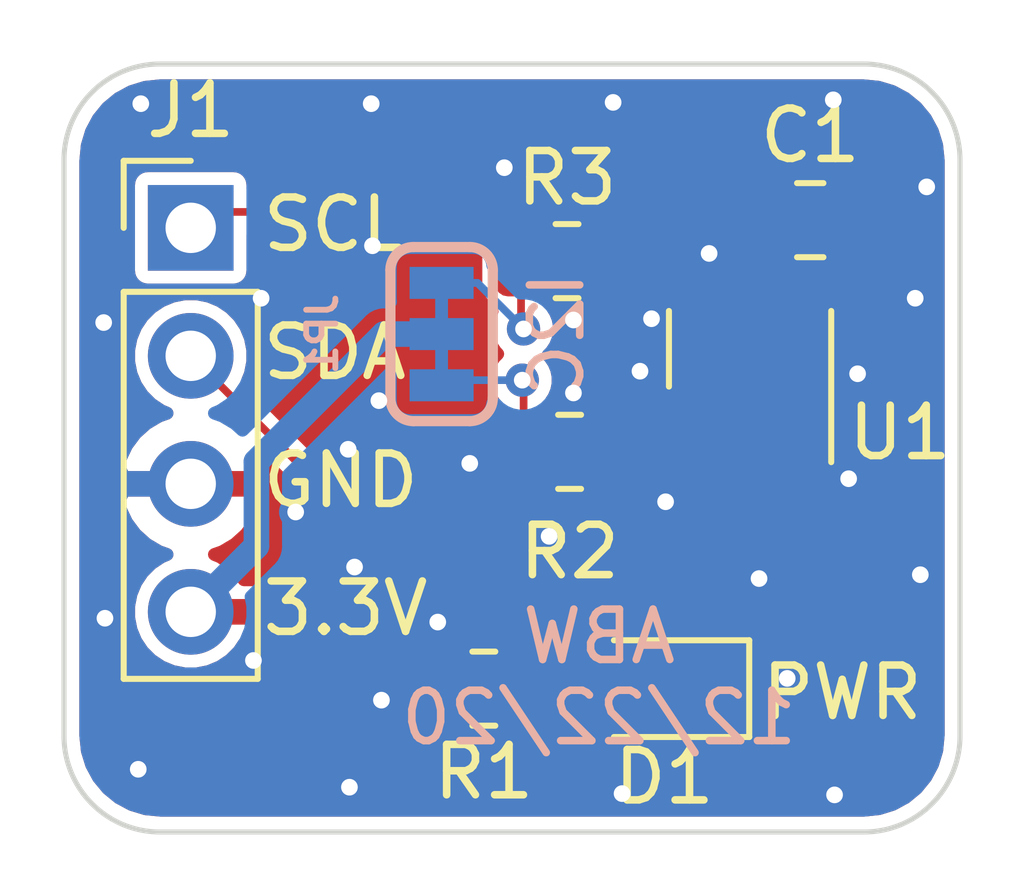
<source format=kicad_pcb>
(kicad_pcb (version 20171130) (host pcbnew "(5.1.8)-1")

  (general
    (thickness 1.6)
    (drawings 15)
    (tracks 74)
    (zones 0)
    (modules 8)
    (nets 10)
  )

  (page A4)
  (layers
    (0 F.Cu signal)
    (31 B.Cu signal)
    (32 B.Adhes user)
    (33 F.Adhes user)
    (34 B.Paste user)
    (35 F.Paste user)
    (36 B.SilkS user)
    (37 F.SilkS user)
    (38 B.Mask user)
    (39 F.Mask user)
    (40 Dwgs.User user)
    (41 Cmts.User user)
    (42 Eco1.User user)
    (43 Eco2.User user)
    (44 Edge.Cuts user)
    (45 Margin user)
    (46 B.CrtYd user)
    (47 F.CrtYd user)
    (48 B.Fab user hide)
    (49 F.Fab user hide)
  )

  (setup
    (last_trace_width 0.1524)
    (user_trace_width 0.1524)
    (user_trace_width 0.1778)
    (user_trace_width 0.254)
    (user_trace_width 0.3048)
    (user_trace_width 0.381)
    (user_trace_width 0.508)
    (user_trace_width 0.635)
    (user_trace_width 0.889)
    (user_trace_width 1.016)
    (user_trace_width 1.27)
    (user_trace_width 1.905)
    (user_trace_width 2.54)
    (trace_clearance 0.2)
    (zone_clearance 0.508)
    (zone_45_only no)
    (trace_min 0.1)
    (via_size 0.8)
    (via_drill 0.4)
    (via_min_size 0.4)
    (via_min_drill 0.3)
    (user_via 0.6096 0.3048)
    (user_via 0.6604 0.3302)
    (user_via 0.889 0.381)
    (user_via 1.397 0.635)
    (uvia_size 0.3)
    (uvia_drill 0.1)
    (uvias_allowed no)
    (uvia_min_size 0.2)
    (uvia_min_drill 0.1)
    (edge_width 0.05)
    (segment_width 0.2)
    (pcb_text_width 0.3)
    (pcb_text_size 1.5 1.5)
    (mod_edge_width 0.12)
    (mod_text_size 1 1)
    (mod_text_width 0.15)
    (pad_size 1.524 1.524)
    (pad_drill 0.762)
    (pad_to_mask_clearance 0.051)
    (solder_mask_min_width 0.25)
    (aux_axis_origin 0 0)
    (visible_elements FFFFFF7F)
    (pcbplotparams
      (layerselection 0x010fc_ffffffff)
      (usegerberextensions false)
      (usegerberattributes true)
      (usegerberadvancedattributes true)
      (creategerberjobfile true)
      (excludeedgelayer true)
      (linewidth 0.100000)
      (plotframeref false)
      (viasonmask false)
      (mode 1)
      (useauxorigin false)
      (hpglpennumber 1)
      (hpglpenspeed 20)
      (hpglpendiameter 15.000000)
      (psnegative false)
      (psa4output false)
      (plotreference true)
      (plotvalue true)
      (plotinvisibletext false)
      (padsonsilk false)
      (subtractmaskfromsilk false)
      (outputformat 1)
      (mirror false)
      (drillshape 1)
      (scaleselection 1)
      (outputdirectory ""))
  )

  (net 0 "")
  (net 1 GND)
  (net 2 +3V3)
  (net 3 "Net-(D1-Pad2)")
  (net 4 /SCL)
  (net 5 /SDA)
  (net 6 "Net-(JP1-Pad3)")
  (net 7 "Net-(JP1-Pad1)")
  (net 8 "Net-(U1-Pad4)")
  (net 9 "Net-(U1-Pad3)")

  (net_class Default "This is the default net class."
    (clearance 0.2)
    (trace_width 0.25)
    (via_dia 0.8)
    (via_drill 0.4)
    (uvia_dia 0.3)
    (uvia_drill 0.1)
    (add_net +3V3)
    (add_net /SCL)
    (add_net /SDA)
    (add_net GND)
    (add_net "Net-(D1-Pad2)")
    (add_net "Net-(JP1-Pad1)")
    (add_net "Net-(JP1-Pad3)")
    (add_net "Net-(U1-Pad3)")
    (add_net "Net-(U1-Pad4)")
  )

  (module Package_DFN_QFN:DFN-6-1EP_3x3mm_P1mm_EP1.5x2.4mm (layer F.Cu) (tedit 5DC5F54E) (tstamp 5FE24D68)
    (at 121.5644 73.0758 90)
    (descr "DFN, 6 Pin (https://www.silabs.com/documents/public/data-sheets/Si7020-A20.pdf), generated with kicad-footprint-generator ipc_noLead_generator.py")
    (tags "DFN NoLead")
    (path /5FE2472F)
    (attr smd)
    (fp_text reference U1 (at -0.9144 2.9718 180) (layer F.SilkS)
      (effects (font (size 1 1) (thickness 0.15)))
    )
    (fp_text value Si7020-A20 (at 0 2.45 90) (layer F.Fab)
      (effects (font (size 1 1) (thickness 0.15)))
    )
    (fp_text user %R (at 0 0 90) (layer F.Fab)
      (effects (font (size 0.75 0.75) (thickness 0.11)))
    )
    (fp_line (start 0 -1.61) (end 1.5 -1.61) (layer F.SilkS) (width 0.12))
    (fp_line (start -1.5 1.61) (end 1.5 1.61) (layer F.SilkS) (width 0.12))
    (fp_line (start -0.75 -1.5) (end 1.5 -1.5) (layer F.Fab) (width 0.1))
    (fp_line (start 1.5 -1.5) (end 1.5 1.5) (layer F.Fab) (width 0.1))
    (fp_line (start 1.5 1.5) (end -1.5 1.5) (layer F.Fab) (width 0.1))
    (fp_line (start -1.5 1.5) (end -1.5 -0.75) (layer F.Fab) (width 0.1))
    (fp_line (start -1.5 -0.75) (end -0.75 -1.5) (layer F.Fab) (width 0.1))
    (fp_line (start -2.1 -1.75) (end -2.1 1.75) (layer F.CrtYd) (width 0.05))
    (fp_line (start -2.1 1.75) (end 2.1 1.75) (layer F.CrtYd) (width 0.05))
    (fp_line (start 2.1 1.75) (end 2.1 -1.75) (layer F.CrtYd) (width 0.05))
    (fp_line (start 2.1 -1.75) (end -2.1 -1.75) (layer F.CrtYd) (width 0.05))
    (pad "" smd roundrect (at 0.375 0.6 90) (size 0.6 0.97) (layers F.Paste) (roundrect_rratio 0.25))
    (pad "" smd roundrect (at 0.375 -0.6 90) (size 0.6 0.97) (layers F.Paste) (roundrect_rratio 0.25))
    (pad "" smd roundrect (at -0.375 0.6 90) (size 0.6 0.97) (layers F.Paste) (roundrect_rratio 0.25))
    (pad "" smd roundrect (at -0.375 -0.6 90) (size 0.6 0.97) (layers F.Paste) (roundrect_rratio 0.25))
    (pad 7 smd rect (at 0 0 90) (size 1.5 2.4) (layers F.Cu F.Mask)
      (net 1 GND))
    (pad 6 smd roundrect (at 1.45 -1 90) (size 0.8 0.4) (layers F.Cu F.Paste F.Mask) (roundrect_rratio 0.25)
      (net 4 /SCL))
    (pad 5 smd roundrect (at 1.45 0 90) (size 0.8 0.4) (layers F.Cu F.Paste F.Mask) (roundrect_rratio 0.25)
      (net 2 +3V3))
    (pad 4 smd roundrect (at 1.45 1 90) (size 0.8 0.4) (layers F.Cu F.Paste F.Mask) (roundrect_rratio 0.25)
      (net 8 "Net-(U1-Pad4)"))
    (pad 3 smd roundrect (at -1.45 1 90) (size 0.8 0.4) (layers F.Cu F.Paste F.Mask) (roundrect_rratio 0.25)
      (net 9 "Net-(U1-Pad3)"))
    (pad 2 smd roundrect (at -1.45 0 90) (size 0.8 0.4) (layers F.Cu F.Paste F.Mask) (roundrect_rratio 0.25)
      (net 1 GND))
    (pad 1 smd roundrect (at -1.45 -1 90) (size 0.8 0.4) (layers F.Cu F.Paste F.Mask) (roundrect_rratio 0.25)
      (net 5 /SDA))
    (model ${KISYS3DMOD}/Package_DFN_QFN.3dshapes/DFN-6-1EP_3x3mm_P1mm_EP1.5x2.4mm.wrl
      (at (xyz 0 0 0))
      (scale (xyz 1 1 1))
      (rotate (xyz 0 0 0))
    )
  )

  (module Resistor_SMD:R_0805_2012Metric (layer F.Cu) (tedit 5F68FEEE) (tstamp 5FE24D4D)
    (at 117.9322 70.5866)
    (descr "Resistor SMD 0805 (2012 Metric), square (rectangular) end terminal, IPC_7351 nominal, (Body size source: IPC-SM-782 page 72, https://www.pcb-3d.com/wordpress/wp-content/uploads/ipc-sm-782a_amendment_1_and_2.pdf), generated with kicad-footprint-generator")
    (tags resistor)
    (path /5FE2AEE7)
    (attr smd)
    (fp_text reference R3 (at 0 -1.65) (layer F.SilkS)
      (effects (font (size 1 1) (thickness 0.15)))
    )
    (fp_text value 2.2k (at 0 1.65) (layer F.Fab)
      (effects (font (size 1 1) (thickness 0.15)))
    )
    (fp_text user %R (at 0 0) (layer F.Fab)
      (effects (font (size 0.5 0.5) (thickness 0.08)))
    )
    (fp_line (start -1 0.625) (end -1 -0.625) (layer F.Fab) (width 0.1))
    (fp_line (start -1 -0.625) (end 1 -0.625) (layer F.Fab) (width 0.1))
    (fp_line (start 1 -0.625) (end 1 0.625) (layer F.Fab) (width 0.1))
    (fp_line (start 1 0.625) (end -1 0.625) (layer F.Fab) (width 0.1))
    (fp_line (start -0.227064 -0.735) (end 0.227064 -0.735) (layer F.SilkS) (width 0.12))
    (fp_line (start -0.227064 0.735) (end 0.227064 0.735) (layer F.SilkS) (width 0.12))
    (fp_line (start -1.68 0.95) (end -1.68 -0.95) (layer F.CrtYd) (width 0.05))
    (fp_line (start -1.68 -0.95) (end 1.68 -0.95) (layer F.CrtYd) (width 0.05))
    (fp_line (start 1.68 -0.95) (end 1.68 0.95) (layer F.CrtYd) (width 0.05))
    (fp_line (start 1.68 0.95) (end -1.68 0.95) (layer F.CrtYd) (width 0.05))
    (pad 2 smd roundrect (at 0.9125 0) (size 1.025 1.4) (layers F.Cu F.Paste F.Mask) (roundrect_rratio 0.243902)
      (net 4 /SCL))
    (pad 1 smd roundrect (at -0.9125 0) (size 1.025 1.4) (layers F.Cu F.Paste F.Mask) (roundrect_rratio 0.243902)
      (net 7 "Net-(JP1-Pad1)"))
    (model ${KISYS3DMOD}/Resistor_SMD.3dshapes/R_0805_2012Metric.wrl
      (at (xyz 0 0 0))
      (scale (xyz 1 1 1))
      (rotate (xyz 0 0 0))
    )
  )

  (module Resistor_SMD:R_0805_2012Metric (layer F.Cu) (tedit 5F68FEEE) (tstamp 5FE24D3C)
    (at 117.983 74.3712)
    (descr "Resistor SMD 0805 (2012 Metric), square (rectangular) end terminal, IPC_7351 nominal, (Body size source: IPC-SM-782 page 72, https://www.pcb-3d.com/wordpress/wp-content/uploads/ipc-sm-782a_amendment_1_and_2.pdf), generated with kicad-footprint-generator")
    (tags resistor)
    (path /5FE2AA9F)
    (attr smd)
    (fp_text reference R2 (at 0 1.9812) (layer F.SilkS)
      (effects (font (size 1 1) (thickness 0.15)))
    )
    (fp_text value 2.2k (at 0 1.65) (layer F.Fab)
      (effects (font (size 1 1) (thickness 0.15)))
    )
    (fp_text user %R (at 0 0) (layer F.Fab)
      (effects (font (size 0.5 0.5) (thickness 0.08)))
    )
    (fp_line (start -1 0.625) (end -1 -0.625) (layer F.Fab) (width 0.1))
    (fp_line (start -1 -0.625) (end 1 -0.625) (layer F.Fab) (width 0.1))
    (fp_line (start 1 -0.625) (end 1 0.625) (layer F.Fab) (width 0.1))
    (fp_line (start 1 0.625) (end -1 0.625) (layer F.Fab) (width 0.1))
    (fp_line (start -0.227064 -0.735) (end 0.227064 -0.735) (layer F.SilkS) (width 0.12))
    (fp_line (start -0.227064 0.735) (end 0.227064 0.735) (layer F.SilkS) (width 0.12))
    (fp_line (start -1.68 0.95) (end -1.68 -0.95) (layer F.CrtYd) (width 0.05))
    (fp_line (start -1.68 -0.95) (end 1.68 -0.95) (layer F.CrtYd) (width 0.05))
    (fp_line (start 1.68 -0.95) (end 1.68 0.95) (layer F.CrtYd) (width 0.05))
    (fp_line (start 1.68 0.95) (end -1.68 0.95) (layer F.CrtYd) (width 0.05))
    (pad 2 smd roundrect (at 0.9125 0) (size 1.025 1.4) (layers F.Cu F.Paste F.Mask) (roundrect_rratio 0.243902)
      (net 5 /SDA))
    (pad 1 smd roundrect (at -0.9125 0) (size 1.025 1.4) (layers F.Cu F.Paste F.Mask) (roundrect_rratio 0.243902)
      (net 6 "Net-(JP1-Pad3)"))
    (model ${KISYS3DMOD}/Resistor_SMD.3dshapes/R_0805_2012Metric.wrl
      (at (xyz 0 0 0))
      (scale (xyz 1 1 1))
      (rotate (xyz 0 0 0))
    )
  )

  (module Resistor_SMD:R_0805_2012Metric (layer F.Cu) (tedit 5F68FEEE) (tstamp 5FE24D2B)
    (at 116.2812 79.0702)
    (descr "Resistor SMD 0805 (2012 Metric), square (rectangular) end terminal, IPC_7351 nominal, (Body size source: IPC-SM-782 page 72, https://www.pcb-3d.com/wordpress/wp-content/uploads/ipc-sm-782a_amendment_1_and_2.pdf), generated with kicad-footprint-generator")
    (tags resistor)
    (path /5FE2E29B)
    (attr smd)
    (fp_text reference R1 (at 0 1.651) (layer F.SilkS)
      (effects (font (size 1 1) (thickness 0.15)))
    )
    (fp_text value 330 (at 0 1.65) (layer F.Fab)
      (effects (font (size 1 1) (thickness 0.15)))
    )
    (fp_text user %R (at 0 0) (layer F.Fab)
      (effects (font (size 0.5 0.5) (thickness 0.08)))
    )
    (fp_line (start -1 0.625) (end -1 -0.625) (layer F.Fab) (width 0.1))
    (fp_line (start -1 -0.625) (end 1 -0.625) (layer F.Fab) (width 0.1))
    (fp_line (start 1 -0.625) (end 1 0.625) (layer F.Fab) (width 0.1))
    (fp_line (start 1 0.625) (end -1 0.625) (layer F.Fab) (width 0.1))
    (fp_line (start -0.227064 -0.735) (end 0.227064 -0.735) (layer F.SilkS) (width 0.12))
    (fp_line (start -0.227064 0.735) (end 0.227064 0.735) (layer F.SilkS) (width 0.12))
    (fp_line (start -1.68 0.95) (end -1.68 -0.95) (layer F.CrtYd) (width 0.05))
    (fp_line (start -1.68 -0.95) (end 1.68 -0.95) (layer F.CrtYd) (width 0.05))
    (fp_line (start 1.68 -0.95) (end 1.68 0.95) (layer F.CrtYd) (width 0.05))
    (fp_line (start 1.68 0.95) (end -1.68 0.95) (layer F.CrtYd) (width 0.05))
    (pad 2 smd roundrect (at 0.9125 0) (size 1.025 1.4) (layers F.Cu F.Paste F.Mask) (roundrect_rratio 0.243902)
      (net 3 "Net-(D1-Pad2)"))
    (pad 1 smd roundrect (at -0.9125 0) (size 1.025 1.4) (layers F.Cu F.Paste F.Mask) (roundrect_rratio 0.243902)
      (net 2 +3V3))
    (model ${KISYS3DMOD}/Resistor_SMD.3dshapes/R_0805_2012Metric.wrl
      (at (xyz 0 0 0))
      (scale (xyz 1 1 1))
      (rotate (xyz 0 0 0))
    )
  )

  (module Jumper:SMT-JUMPER_3_2-NC_TRACE_SILK (layer B.Cu) (tedit 0) (tstamp 5FE24D1A)
    (at 115.443 72.0344 270)
    (path /5FE25323)
    (fp_text reference JP1 (at 0 2.032 270) (layer B.SilkS)
      (effects (font (size 0.57912 0.57912) (thickness 0.115824)) (justify bottom mirror))
    )
    (fp_text value I2C (at 0 -1.143 270) (layer B.Fab)
      (effects (font (size 0.57912 0.57912) (thickness 0.115824)) (justify top mirror))
    )
    (fp_arc (start 1.27 -0.5588) (end 1.27 -1.016) (angle 90) (layer B.SilkS) (width 0.2032))
    (fp_arc (start -1.27 -0.5588) (end -1.7272 -0.5588) (angle 90) (layer B.SilkS) (width 0.2032))
    (fp_arc (start -1.27 0.5588) (end -1.7272 0.5588) (angle -90) (layer B.SilkS) (width 0.2032))
    (fp_arc (start 1.27 0.5588) (end 1.27 1.016) (angle -90) (layer B.SilkS) (width 0.2032))
    (fp_line (start 1.27 -1.016) (end -1.27 -1.016) (layer B.SilkS) (width 0.2032))
    (fp_line (start 1.7272 -0.5588) (end 1.7272 0.5588) (layer B.SilkS) (width 0.2032))
    (fp_line (start -1.7272 -0.5588) (end -1.7272 0.5588) (layer B.SilkS) (width 0.2032))
    (fp_line (start -1.27 1.016) (end 1.27 1.016) (layer B.SilkS) (width 0.2032))
    (fp_poly (pts (xy -0.6985 0.127) (xy 0.6985 0.127) (xy 0.6985 -0.127) (xy -0.6985 -0.127)) (layer B.Mask) (width 0))
    (fp_poly (pts (xy 0.3048 -0.127) (xy 0.7112 -0.127) (xy 0.7112 0.127) (xy 0.3048 0.127)) (layer B.Cu) (width 0))
    (fp_poly (pts (xy -0.7112 -0.127) (xy -0.3048 -0.127) (xy -0.3048 0.127) (xy -0.7112 0.127)) (layer B.Cu) (width 0))
    (pad 3 smd rect (at 1.016 0 270) (size 0.635 1.27) (layers B.Cu B.Mask)
      (net 6 "Net-(JP1-Pad3)") (solder_mask_margin 0.1016))
    (pad 2 smd rect (at 0 0 270) (size 0.635 1.27) (layers B.Cu B.Mask)
      (net 2 +3V3) (solder_mask_margin 0.1016))
    (pad 1 smd rect (at -1.016 0 270) (size 0.635 1.27) (layers B.Cu B.Mask)
      (net 7 "Net-(JP1-Pad1)") (solder_mask_margin 0.1016))
  )

  (module Connector_PinHeader_2.54mm:PinHeader_1x04_P2.54mm_Vertical (layer F.Cu) (tedit 59FED5CC) (tstamp 5FE24D08)
    (at 110.4646 69.9262)
    (descr "Through hole straight pin header, 1x04, 2.54mm pitch, single row")
    (tags "Through hole pin header THT 1x04 2.54mm single row")
    (path /5FE25AD7)
    (fp_text reference J1 (at 0 -2.33) (layer F.SilkS)
      (effects (font (size 1 1) (thickness 0.15)))
    )
    (fp_text value Conn_01x04 (at 0 9.95) (layer F.Fab)
      (effects (font (size 1 1) (thickness 0.15)))
    )
    (fp_text user %R (at 0 3.81 90) (layer F.Fab)
      (effects (font (size 1 1) (thickness 0.15)))
    )
    (fp_line (start -0.635 -1.27) (end 1.27 -1.27) (layer F.Fab) (width 0.1))
    (fp_line (start 1.27 -1.27) (end 1.27 8.89) (layer F.Fab) (width 0.1))
    (fp_line (start 1.27 8.89) (end -1.27 8.89) (layer F.Fab) (width 0.1))
    (fp_line (start -1.27 8.89) (end -1.27 -0.635) (layer F.Fab) (width 0.1))
    (fp_line (start -1.27 -0.635) (end -0.635 -1.27) (layer F.Fab) (width 0.1))
    (fp_line (start -1.33 8.95) (end 1.33 8.95) (layer F.SilkS) (width 0.12))
    (fp_line (start -1.33 1.27) (end -1.33 8.95) (layer F.SilkS) (width 0.12))
    (fp_line (start 1.33 1.27) (end 1.33 8.95) (layer F.SilkS) (width 0.12))
    (fp_line (start -1.33 1.27) (end 1.33 1.27) (layer F.SilkS) (width 0.12))
    (fp_line (start -1.33 0) (end -1.33 -1.33) (layer F.SilkS) (width 0.12))
    (fp_line (start -1.33 -1.33) (end 0 -1.33) (layer F.SilkS) (width 0.12))
    (fp_line (start -1.8 -1.8) (end -1.8 9.4) (layer F.CrtYd) (width 0.05))
    (fp_line (start -1.8 9.4) (end 1.8 9.4) (layer F.CrtYd) (width 0.05))
    (fp_line (start 1.8 9.4) (end 1.8 -1.8) (layer F.CrtYd) (width 0.05))
    (fp_line (start 1.8 -1.8) (end -1.8 -1.8) (layer F.CrtYd) (width 0.05))
    (pad 4 thru_hole oval (at 0 7.62) (size 1.7 1.7) (drill 1) (layers *.Cu *.Mask)
      (net 2 +3V3))
    (pad 3 thru_hole oval (at 0 5.08) (size 1.7 1.7) (drill 1) (layers *.Cu *.Mask)
      (net 1 GND))
    (pad 2 thru_hole oval (at 0 2.54) (size 1.7 1.7) (drill 1) (layers *.Cu *.Mask)
      (net 5 /SDA))
    (pad 1 thru_hole rect (at 0 0) (size 1.7 1.7) (drill 1) (layers *.Cu *.Mask)
      (net 4 /SCL))
    (model ${KISYS3DMOD}/Connector_PinHeader_2.54mm.3dshapes/PinHeader_1x04_P2.54mm_Vertical.wrl
      (offset (xyz 0 0 -1.5))
      (scale (xyz 1 1 1))
      (rotate (xyz 0 180 0))
    )
  )

  (module LED_SMD:LED_0805_2012Metric (layer F.Cu) (tedit 5F68FEF1) (tstamp 5FE24CF0)
    (at 119.8626 79.0702 180)
    (descr "LED SMD 0805 (2012 Metric), square (rectangular) end terminal, IPC_7351 nominal, (Body size source: https://docs.google.com/spreadsheets/d/1BsfQQcO9C6DZCsRaXUlFlo91Tg2WpOkGARC1WS5S8t0/edit?usp=sharing), generated with kicad-footprint-generator")
    (tags LED)
    (path /5FE2E08D)
    (attr smd)
    (fp_text reference D1 (at 0 -1.7526) (layer F.SilkS)
      (effects (font (size 1 1) (thickness 0.15)))
    )
    (fp_text value LED (at 0 1.65) (layer F.Fab)
      (effects (font (size 1 1) (thickness 0.15)))
    )
    (fp_text user %R (at 0 0) (layer F.Fab)
      (effects (font (size 0.5 0.5) (thickness 0.08)))
    )
    (fp_line (start 1 -0.6) (end -0.7 -0.6) (layer F.Fab) (width 0.1))
    (fp_line (start -0.7 -0.6) (end -1 -0.3) (layer F.Fab) (width 0.1))
    (fp_line (start -1 -0.3) (end -1 0.6) (layer F.Fab) (width 0.1))
    (fp_line (start -1 0.6) (end 1 0.6) (layer F.Fab) (width 0.1))
    (fp_line (start 1 0.6) (end 1 -0.6) (layer F.Fab) (width 0.1))
    (fp_line (start 1 -0.96) (end -1.685 -0.96) (layer F.SilkS) (width 0.12))
    (fp_line (start -1.685 -0.96) (end -1.685 0.96) (layer F.SilkS) (width 0.12))
    (fp_line (start -1.685 0.96) (end 1 0.96) (layer F.SilkS) (width 0.12))
    (fp_line (start -1.68 0.95) (end -1.68 -0.95) (layer F.CrtYd) (width 0.05))
    (fp_line (start -1.68 -0.95) (end 1.68 -0.95) (layer F.CrtYd) (width 0.05))
    (fp_line (start 1.68 -0.95) (end 1.68 0.95) (layer F.CrtYd) (width 0.05))
    (fp_line (start 1.68 0.95) (end -1.68 0.95) (layer F.CrtYd) (width 0.05))
    (pad 2 smd roundrect (at 0.9375 0 180) (size 0.975 1.4) (layers F.Cu F.Paste F.Mask) (roundrect_rratio 0.25)
      (net 3 "Net-(D1-Pad2)"))
    (pad 1 smd roundrect (at -0.9375 0 180) (size 0.975 1.4) (layers F.Cu F.Paste F.Mask) (roundrect_rratio 0.25)
      (net 1 GND))
    (model ${KISYS3DMOD}/LED_SMD.3dshapes/LED_0805_2012Metric.wrl
      (at (xyz 0 0 0))
      (scale (xyz 1 1 1))
      (rotate (xyz 0 0 0))
    )
  )

  (module Capacitor_SMD:C_0805_2012Metric (layer F.Cu) (tedit 5F68FEEE) (tstamp 5FE24CDD)
    (at 122.7582 69.7738)
    (descr "Capacitor SMD 0805 (2012 Metric), square (rectangular) end terminal, IPC_7351 nominal, (Body size source: IPC-SM-782 page 76, https://www.pcb-3d.com/wordpress/wp-content/uploads/ipc-sm-782a_amendment_1_and_2.pdf, https://docs.google.com/spreadsheets/d/1BsfQQcO9C6DZCsRaXUlFlo91Tg2WpOkGARC1WS5S8t0/edit?usp=sharing), generated with kicad-footprint-generator")
    (tags capacitor)
    (path /5FE24C71)
    (attr smd)
    (fp_text reference C1 (at 0 -1.68) (layer F.SilkS)
      (effects (font (size 1 1) (thickness 0.15)))
    )
    (fp_text value 0.1uF (at 0 1.68) (layer F.Fab)
      (effects (font (size 1 1) (thickness 0.15)))
    )
    (fp_text user %R (at 0 0) (layer F.Fab)
      (effects (font (size 0.5 0.5) (thickness 0.08)))
    )
    (fp_line (start -1 0.625) (end -1 -0.625) (layer F.Fab) (width 0.1))
    (fp_line (start -1 -0.625) (end 1 -0.625) (layer F.Fab) (width 0.1))
    (fp_line (start 1 -0.625) (end 1 0.625) (layer F.Fab) (width 0.1))
    (fp_line (start 1 0.625) (end -1 0.625) (layer F.Fab) (width 0.1))
    (fp_line (start -0.261252 -0.735) (end 0.261252 -0.735) (layer F.SilkS) (width 0.12))
    (fp_line (start -0.261252 0.735) (end 0.261252 0.735) (layer F.SilkS) (width 0.12))
    (fp_line (start -1.7 0.98) (end -1.7 -0.98) (layer F.CrtYd) (width 0.05))
    (fp_line (start -1.7 -0.98) (end 1.7 -0.98) (layer F.CrtYd) (width 0.05))
    (fp_line (start 1.7 -0.98) (end 1.7 0.98) (layer F.CrtYd) (width 0.05))
    (fp_line (start 1.7 0.98) (end -1.7 0.98) (layer F.CrtYd) (width 0.05))
    (pad 2 smd roundrect (at 0.95 0) (size 1 1.45) (layers F.Cu F.Paste F.Mask) (roundrect_rratio 0.25)
      (net 1 GND))
    (pad 1 smd roundrect (at -0.95 0) (size 1 1.45) (layers F.Cu F.Paste F.Mask) (roundrect_rratio 0.25)
      (net 2 +3V3))
    (model ${KISYS3DMOD}/Capacitor_SMD.3dshapes/C_0805_2012Metric.wrl
      (at (xyz 0 0 0))
      (scale (xyz 1 1 1))
      (rotate (xyz 0 0 0))
    )
  )

  (gr_text PWR (at 123.3932 79.1464) (layer F.SilkS)
    (effects (font (size 1 1) (thickness 0.15)))
  )
  (gr_text "ABW\n12/22/20" (at 118.5672 78.8416) (layer B.SilkS)
    (effects (font (size 1 1) (thickness 0.15)) (justify mirror))
  )
  (gr_text I2C (at 117.729 72.0344 90) (layer B.SilkS)
    (effects (font (size 1 1) (thickness 0.15)) (justify mirror))
  )
  (gr_text 3.3V (at 113.538 77.4787) (layer F.SilkS)
    (effects (font (size 1 1) (thickness 0.15)))
  )
  (gr_text GND (at 113.442762 74.9387) (layer F.SilkS)
    (effects (font (size 1 1) (thickness 0.15)))
  )
  (gr_text SDA (at 113.323715 72.3987) (layer F.SilkS)
    (effects (font (size 1 1) (thickness 0.15)))
  )
  (gr_text SCL (at 113.299905 69.8587) (layer F.SilkS)
    (effects (font (size 1 1) (thickness 0.15)))
  )
  (gr_arc (start 109.855 80.01) (end 107.95 80.01) (angle -90) (layer Edge.Cuts) (width 0.1) (tstamp 5FE2590E))
  (gr_arc (start 109.855 68.58) (end 109.855 66.675) (angle -90) (layer Edge.Cuts) (width 0.1) (tstamp 5FE2590E))
  (gr_arc (start 123.825 68.58) (end 125.73 68.58) (angle -90) (layer Edge.Cuts) (width 0.1) (tstamp 5FE2590E))
  (gr_arc (start 123.825 80.01) (end 123.825 81.915) (angle -90) (layer Edge.Cuts) (width 0.1))
  (gr_line (start 125.73 68.58) (end 125.73 80.01) (layer Edge.Cuts) (width 0.1))
  (gr_line (start 109.855 66.675) (end 123.825 66.675) (layer Edge.Cuts) (width 0.1))
  (gr_line (start 107.95 80.01) (end 107.95 68.58) (layer Edge.Cuts) (width 0.1))
  (gr_line (start 123.825 81.915) (end 109.855 81.915) (layer Edge.Cuts) (width 0.1))

  (via (at 119.38 72.771) (size 0.6604) (drill 0.3302) (layers F.Cu B.Cu) (net 1))
  (via (at 123.698 72.8218) (size 0.6604) (drill 0.3302) (layers F.Cu B.Cu) (net 1))
  (segment (start 119.6848 73.0758) (end 119.38 72.771) (width 0.508) (layer F.Cu) (net 1))
  (segment (start 121.5644 73.0758) (end 119.6848 73.0758) (width 0.508) (layer F.Cu) (net 1))
  (segment (start 123.444 73.0758) (end 123.698 72.8218) (width 0.508) (layer F.Cu) (net 1))
  (segment (start 121.5644 73.0758) (end 123.444 73.0758) (width 0.508) (layer F.Cu) (net 1))
  (via (at 109.474 67.4624) (size 0.6604) (drill 0.3302) (layers F.Cu B.Cu) (net 1))
  (via (at 114.046 67.4624) (size 0.6604) (drill 0.3302) (layers F.Cu B.Cu) (net 1))
  (via (at 118.8466 67.437) (size 0.6604) (drill 0.3302) (layers F.Cu B.Cu) (net 1))
  (via (at 123.2154 67.3862) (size 0.6604) (drill 0.3302) (layers F.Cu B.Cu) (net 1))
  (via (at 125.0696 69.1134) (size 0.6604) (drill 0.3302) (layers F.Cu B.Cu) (net 1))
  (via (at 124.841 71.3232) (size 0.6604) (drill 0.3302) (layers F.Cu B.Cu) (net 1))
  (via (at 124.9426 76.8096) (size 0.6604) (drill 0.3302) (layers F.Cu B.Cu) (net 1))
  (via (at 123.2408 81.1784) (size 0.6604) (drill 0.3302) (layers F.Cu B.Cu) (net 1))
  (via (at 119.0244 81.153) (size 0.6604) (drill 0.3302) (layers F.Cu B.Cu) (net 1))
  (via (at 113.6142 81.026) (size 0.6604) (drill 0.3302) (layers F.Cu B.Cu) (net 1))
  (via (at 109.4232 80.6704) (size 0.6604) (drill 0.3302) (layers F.Cu B.Cu) (net 1))
  (via (at 108.7628 77.6732) (size 0.6604) (drill 0.3302) (layers F.Cu B.Cu) (net 1))
  (via (at 108.7374 71.8058) (size 0.6604) (drill 0.3302) (layers F.Cu B.Cu) (net 1))
  (via (at 111.8616 71.3232) (size 0.6604) (drill 0.3302) (layers F.Cu B.Cu) (net 1))
  (via (at 114.0714 70.2818) (size 0.6604) (drill 0.3302) (layers F.Cu B.Cu) (net 1))
  (via (at 116.0018 74.5998) (size 0.6604) (drill 0.3302) (layers F.Cu B.Cu) (net 1))
  (via (at 113.5888 74.3204) (size 0.6604) (drill 0.3302) (layers F.Cu B.Cu) (net 1))
  (via (at 114.1984 73.3552) (size 0.6604) (drill 0.3302) (layers F.Cu B.Cu) (net 1))
  (via (at 118.0592 73.2028) (size 0.6604) (drill 0.3302) (layers F.Cu B.Cu) (net 1))
  (via (at 118.0592 71.755) (size 0.6604) (drill 0.3302) (layers F.Cu B.Cu) (net 1))
  (via (at 119.6086 71.7296) (size 0.6604) (drill 0.3302) (layers F.Cu B.Cu) (net 1))
  (via (at 123.5202 74.9046) (size 0.6604) (drill 0.3302) (layers F.Cu B.Cu) (net 1))
  (via (at 121.7422 76.8858) (size 0.6604) (drill 0.3302) (layers F.Cu B.Cu) (net 1))
  (via (at 119.888 75.3618) (size 0.6604) (drill 0.3302) (layers F.Cu B.Cu) (net 1))
  (via (at 115.3668 77.7494) (size 0.6604) (drill 0.3302) (layers F.Cu B.Cu) (net 1))
  (via (at 112.5474 75.565) (size 0.6604) (drill 0.3302) (layers F.Cu B.Cu) (net 1))
  (via (at 117.5766 76.0476) (size 0.6604) (drill 0.3302) (layers F.Cu B.Cu) (net 1))
  (via (at 113.7158 76.6572) (size 0.6604) (drill 0.3302) (layers F.Cu B.Cu) (net 1))
  (via (at 111.7092 78.5114) (size 0.6604) (drill 0.3302) (layers F.Cu B.Cu) (net 1))
  (via (at 114.2492 79.2988) (size 0.6604) (drill 0.3302) (layers F.Cu B.Cu) (net 1))
  (via (at 122.301 78.867) (size 0.6604) (drill 0.3302) (layers F.Cu B.Cu) (net 1))
  (via (at 120.7516 70.4342) (size 0.6604) (drill 0.3302) (layers F.Cu B.Cu) (net 1))
  (via (at 116.6876 68.7324) (size 0.6604) (drill 0.3302) (layers F.Cu B.Cu) (net 1))
  (segment (start 113.8447 77.5462) (end 115.3687 79.0702) (width 0.508) (layer F.Cu) (net 2))
  (segment (start 110.4646 77.5462) (end 113.8447 77.5462) (width 0.508) (layer F.Cu) (net 2))
  (segment (start 121.8082 71.382) (end 121.5644 71.6258) (width 0.508) (layer F.Cu) (net 2))
  (segment (start 121.8082 69.7738) (end 121.8082 71.382) (width 0.508) (layer F.Cu) (net 2))
  (segment (start 114.3 72.0344) (end 115.443 72.0344) (width 0.508) (layer B.Cu) (net 2))
  (segment (start 111.768601 74.565799) (end 114.3 72.0344) (width 0.508) (layer B.Cu) (net 2))
  (segment (start 111.768601 76.242199) (end 111.768601 74.565799) (width 0.508) (layer B.Cu) (net 2))
  (segment (start 110.4646 77.5462) (end 111.768601 76.242199) (width 0.508) (layer B.Cu) (net 2))
  (segment (start 121.89589 69.7738) (end 121.8082 69.7738) (width 0.508) (layer F.Cu) (net 2))
  (segment (start 124.4854 72.36331) (end 121.89589 69.7738) (width 0.508) (layer F.Cu) (net 2))
  (segment (start 124.4854 75.3872) (end 124.4854 72.36331) (width 0.508) (layer F.Cu) (net 2))
  (segment (start 122.0724 77.8002) (end 124.4854 75.3872) (width 0.508) (layer F.Cu) (net 2))
  (segment (start 116.6387 77.8002) (end 122.0724 77.8002) (width 0.508) (layer F.Cu) (net 2))
  (segment (start 115.3687 79.0702) (end 116.6387 77.8002) (width 0.508) (layer F.Cu) (net 2))
  (segment (start 118.9251 79.0702) (end 117.1937 79.0702) (width 0.508) (layer F.Cu) (net 3))
  (segment (start 119.5252 70.5866) (end 120.5644 71.6258) (width 0.1524) (layer F.Cu) (net 4))
  (segment (start 118.8447 70.5866) (end 119.5252 70.5866) (width 0.1524) (layer F.Cu) (net 4))
  (segment (start 110.78041 69.61039) (end 110.4646 69.9262) (width 0.1524) (layer F.Cu) (net 4))
  (segment (start 117.86849 69.61039) (end 110.78041 69.61039) (width 0.1524) (layer F.Cu) (net 4))
  (segment (start 118.8447 70.5866) (end 117.86849 69.61039) (width 0.1524) (layer F.Cu) (net 4))
  (segment (start 120.4098 74.3712) (end 120.5644 74.5258) (width 0.1524) (layer F.Cu) (net 5))
  (segment (start 118.8955 74.3712) (end 120.4098 74.3712) (width 0.1524) (layer F.Cu) (net 5))
  (segment (start 117.91929 75.34741) (end 113.34581 75.34741) (width 0.1524) (layer F.Cu) (net 5))
  (segment (start 113.34581 75.34741) (end 110.4646 72.4662) (width 0.1524) (layer F.Cu) (net 5))
  (segment (start 118.8955 74.3712) (end 117.91929 75.34741) (width 0.1524) (layer F.Cu) (net 5))
  (via (at 117.0432 72.9488) (size 0.6604) (drill 0.3302) (layers F.Cu B.Cu) (net 6))
  (segment (start 117.0705 72.9761) (end 117.0432 72.9488) (width 0.1524) (layer F.Cu) (net 6))
  (segment (start 117.0705 74.3712) (end 117.0705 72.9761) (width 0.1524) (layer F.Cu) (net 6))
  (segment (start 115.5446 72.9488) (end 115.443 73.0504) (width 0.1524) (layer B.Cu) (net 6))
  (segment (start 117.0432 72.9488) (end 115.5446 72.9488) (width 0.1524) (layer B.Cu) (net 6))
  (via (at 117.0686 71.9328) (size 0.6604) (drill 0.3302) (layers F.Cu B.Cu) (net 7))
  (segment (start 117.0197 71.8839) (end 117.0686 71.9328) (width 0.1524) (layer F.Cu) (net 7))
  (segment (start 117.0197 70.5866) (end 117.0197 71.8839) (width 0.1524) (layer F.Cu) (net 7))
  (segment (start 116.1542 71.0184) (end 115.443 71.0184) (width 0.1524) (layer B.Cu) (net 7))
  (segment (start 117.0686 71.9328) (end 116.1542 71.0184) (width 0.1524) (layer B.Cu) (net 7))

  (zone (net 1) (net_name GND) (layer F.Cu) (tstamp 0) (hatch edge 0.508)
    (connect_pads (clearance 0.254))
    (min_thickness 0.254)
    (fill yes (arc_segments 32) (thermal_gap 0.508) (thermal_bridge_width 0.508))
    (polygon
      (pts
        (xy 127 83.185) (xy 106.68 83.185) (xy 106.68 65.405) (xy 127 65.405)
      )
    )
    (filled_polygon
      (pts
        (xy 124.110898 67.136099) (xy 124.385907 67.219129) (xy 124.639556 67.353996) (xy 124.862175 67.53556) (xy 125.045287 67.756905)
        (xy 125.18192 68.009602) (xy 125.266869 68.284027) (xy 125.299 68.589727) (xy 125.299001 79.988912) (xy 125.268901 80.295897)
        (xy 125.18587 80.57091) (xy 125.051004 80.824556) (xy 124.86944 81.047175) (xy 124.648096 81.230287) (xy 124.395396 81.366921)
        (xy 124.120971 81.45187) (xy 123.815273 81.484) (xy 109.876078 81.484) (xy 109.569103 81.453901) (xy 109.29409 81.37087)
        (xy 109.040444 81.236004) (xy 108.817825 81.05444) (xy 108.634713 80.833096) (xy 108.498079 80.580396) (xy 108.41313 80.305971)
        (xy 108.381 80.000273) (xy 108.381 74.64931) (xy 109.023124 74.64931) (xy 109.144445 74.8792) (xy 110.3376 74.8792)
        (xy 110.3376 74.8592) (xy 110.5916 74.8592) (xy 110.5916 74.8792) (xy 111.784755 74.8792) (xy 111.906076 74.64931)
        (xy 111.864691 74.512869) (xy 113.00664 75.654818) (xy 113.020957 75.672263) (xy 113.038402 75.68658) (xy 113.090573 75.729397)
        (xy 113.11358 75.741694) (xy 113.170001 75.771851) (xy 113.256183 75.797995) (xy 113.32335 75.80461) (xy 113.323359 75.80461)
        (xy 113.345809 75.806821) (xy 113.368259 75.80461) (xy 117.89684 75.80461) (xy 117.91929 75.806821) (xy 117.94174 75.80461)
        (xy 117.94175 75.80461) (xy 118.008917 75.797995) (xy 118.095099 75.771851) (xy 118.174526 75.729397) (xy 118.244143 75.672263)
        (xy 118.258464 75.654813) (xy 118.480272 75.433005) (xy 118.509538 75.441883) (xy 118.632999 75.454043) (xy 119.158001 75.454043)
        (xy 119.281462 75.441883) (xy 119.400179 75.405871) (xy 119.509589 75.34739) (xy 119.605488 75.268688) (xy 119.68419 75.172789)
        (xy 119.742671 75.063379) (xy 119.778683 74.944662) (xy 119.790134 74.8284) (xy 119.981813 74.8284) (xy 119.990835 74.919998)
        (xy 120.018311 75.010576) (xy 120.062931 75.094053) (xy 120.122978 75.167222) (xy 120.196147 75.227269) (xy 120.279624 75.271889)
        (xy 120.370202 75.299365) (xy 120.4644 75.308643) (xy 120.6644 75.308643) (xy 120.758598 75.299365) (xy 120.832741 75.276874)
        (xy 120.903345 75.366894) (xy 120.998257 75.448366) (xy 121.10724 75.509756) (xy 121.226106 75.548705) (xy 121.33265 75.5608)
        (xy 121.4914 75.40205) (xy 121.4914 74.6528) (xy 121.4174 74.6528) (xy 121.4174 74.3988) (xy 121.4914 74.3988)
        (xy 121.4914 73.64955) (xy 121.6374 73.64955) (xy 121.6374 74.3988) (xy 121.7114 74.3988) (xy 121.7114 74.6528)
        (xy 121.6374 74.6528) (xy 121.6374 75.40205) (xy 121.79615 75.5608) (xy 121.902694 75.548705) (xy 122.02156 75.509756)
        (xy 122.130543 75.448366) (xy 122.225455 75.366894) (xy 122.296059 75.276874) (xy 122.370202 75.299365) (xy 122.4644 75.308643)
        (xy 122.6644 75.308643) (xy 122.758598 75.299365) (xy 122.849176 75.271889) (xy 122.932653 75.227269) (xy 123.005822 75.167222)
        (xy 123.065869 75.094053) (xy 123.110489 75.010576) (xy 123.137965 74.919998) (xy 123.147243 74.8258) (xy 123.147243 74.333072)
        (xy 123.215585 74.276985) (xy 123.294937 74.180294) (xy 123.353902 74.06998) (xy 123.390212 73.950282) (xy 123.402472 73.8258)
        (xy 123.3994 73.36155) (xy 123.24065 73.2028) (xy 121.6914 73.2028) (xy 121.6914 73.59555) (xy 121.6374 73.64955)
        (xy 121.4914 73.64955) (xy 121.4374 73.59555) (xy 121.4374 73.2028) (xy 119.88815 73.2028) (xy 119.7294 73.36155)
        (xy 119.727487 73.650614) (xy 119.68419 73.569611) (xy 119.605488 73.473712) (xy 119.509589 73.39501) (xy 119.400179 73.336529)
        (xy 119.281462 73.300517) (xy 119.158001 73.288357) (xy 118.632999 73.288357) (xy 118.509538 73.300517) (xy 118.390821 73.336529)
        (xy 118.281411 73.39501) (xy 118.185512 73.473712) (xy 118.10681 73.569611) (xy 118.048329 73.679021) (xy 118.012317 73.797738)
        (xy 118.000157 73.921199) (xy 118.000157 74.619966) (xy 117.965843 74.65428) (xy 117.965843 73.921199) (xy 117.953683 73.797738)
        (xy 117.917671 73.679021) (xy 117.85919 73.569611) (xy 117.780488 73.473712) (xy 117.684589 73.39501) (xy 117.622559 73.361854)
        (xy 117.673457 73.285679) (xy 117.727069 73.156249) (xy 117.7544 73.018847) (xy 117.7544 72.878753) (xy 117.727069 72.741351)
        (xy 117.673457 72.611921) (xy 117.595625 72.495437) (xy 117.553688 72.4535) (xy 117.621025 72.386163) (xy 117.698857 72.269679)
        (xy 117.752469 72.140249) (xy 117.7798 72.002847) (xy 117.7798 71.862753) (xy 117.752469 71.725351) (xy 117.698857 71.595921)
        (xy 117.661516 71.540035) (xy 117.729688 71.484088) (xy 117.80839 71.388189) (xy 117.866871 71.278779) (xy 117.902883 71.160062)
        (xy 117.915043 71.036601) (xy 117.915043 70.30352) (xy 117.949357 70.337834) (xy 117.949357 71.036601) (xy 117.961517 71.160062)
        (xy 117.997529 71.278779) (xy 118.05601 71.388189) (xy 118.134712 71.484088) (xy 118.230611 71.56279) (xy 118.340021 71.621271)
        (xy 118.458738 71.657283) (xy 118.582199 71.669443) (xy 119.107201 71.669443) (xy 119.230662 71.657283) (xy 119.349379 71.621271)
        (xy 119.458789 71.56279) (xy 119.554688 71.484088) (xy 119.63339 71.388189) (xy 119.649699 71.357677) (xy 119.981557 71.689535)
        (xy 119.981557 71.818528) (xy 119.913215 71.874615) (xy 119.833863 71.971306) (xy 119.774898 72.08162) (xy 119.738588 72.201318)
        (xy 119.726328 72.3258) (xy 119.7294 72.79005) (xy 119.88815 72.9488) (xy 121.4374 72.9488) (xy 121.4374 72.9288)
        (xy 121.6914 72.9288) (xy 121.6914 72.9488) (xy 123.24065 72.9488) (xy 123.3994 72.79005) (xy 123.402472 72.3258)
        (xy 123.390212 72.201318) (xy 123.374897 72.150832) (xy 123.850401 72.626336) (xy 123.8504 75.124175) (xy 121.809376 77.1652)
        (xy 116.66988 77.1652) (xy 116.638699 77.162129) (xy 116.607518 77.1652) (xy 116.607508 77.1652) (xy 116.514218 77.174388)
        (xy 116.39452 77.210698) (xy 116.284205 77.269663) (xy 116.233073 77.311626) (xy 116.187515 77.349015) (xy 116.167631 77.373244)
        (xy 115.553519 77.987357) (xy 115.183882 77.987357) (xy 114.315774 77.11925) (xy 114.295885 77.095015) (xy 114.199194 77.015663)
        (xy 114.08888 76.956698) (xy 113.969182 76.920388) (xy 113.875892 76.9112) (xy 113.875881 76.9112) (xy 113.8447 76.908129)
        (xy 113.813519 76.9112) (xy 111.520818 76.9112) (xy 111.42078 76.761483) (xy 111.249317 76.59002) (xy 111.047697 76.455302)
        (xy 110.933432 76.407972) (xy 111.095852 76.350357) (xy 111.345955 76.201378) (xy 111.562188 76.006469) (xy 111.736241 75.77312)
        (xy 111.861425 75.510299) (xy 111.906076 75.36309) (xy 111.784755 75.1332) (xy 110.5916 75.1332) (xy 110.5916 75.1532)
        (xy 110.3376 75.1532) (xy 110.3376 75.1332) (xy 109.144445 75.1332) (xy 109.023124 75.36309) (xy 109.067775 75.510299)
        (xy 109.192959 75.77312) (xy 109.367012 76.006469) (xy 109.583245 76.201378) (xy 109.833348 76.350357) (xy 109.995768 76.407972)
        (xy 109.881503 76.455302) (xy 109.679883 76.59002) (xy 109.50842 76.761483) (xy 109.373702 76.963103) (xy 109.280907 77.187131)
        (xy 109.2336 77.424957) (xy 109.2336 77.667443) (xy 109.280907 77.905269) (xy 109.373702 78.129297) (xy 109.50842 78.330917)
        (xy 109.679883 78.50238) (xy 109.881503 78.637098) (xy 110.105531 78.729893) (xy 110.343357 78.7772) (xy 110.585843 78.7772)
        (xy 110.823669 78.729893) (xy 111.047697 78.637098) (xy 111.249317 78.50238) (xy 111.42078 78.330917) (xy 111.520818 78.1812)
        (xy 113.581676 78.1812) (xy 114.473357 79.072882) (xy 114.473357 79.520201) (xy 114.485517 79.643662) (xy 114.521529 79.762379)
        (xy 114.58001 79.871789) (xy 114.658712 79.967688) (xy 114.754611 80.04639) (xy 114.864021 80.104871) (xy 114.982738 80.140883)
        (xy 115.106199 80.153043) (xy 115.631201 80.153043) (xy 115.754662 80.140883) (xy 115.873379 80.104871) (xy 115.982789 80.04639)
        (xy 116.078688 79.967688) (xy 116.15739 79.871789) (xy 116.215871 79.762379) (xy 116.251883 79.643662) (xy 116.264043 79.520201)
        (xy 116.264043 79.072881) (xy 116.298357 79.038567) (xy 116.298357 79.520201) (xy 116.310517 79.643662) (xy 116.346529 79.762379)
        (xy 116.40501 79.871789) (xy 116.483712 79.967688) (xy 116.579611 80.04639) (xy 116.689021 80.104871) (xy 116.807738 80.140883)
        (xy 116.931199 80.153043) (xy 117.456201 80.153043) (xy 117.579662 80.140883) (xy 117.698379 80.104871) (xy 117.807789 80.04639)
        (xy 117.903688 79.967688) (xy 117.98239 79.871789) (xy 118.040871 79.762379) (xy 118.058216 79.7052) (xy 118.083939 79.7052)
        (xy 118.102454 79.766237) (xy 118.160357 79.874566) (xy 118.238282 79.969518) (xy 118.333234 80.047443) (xy 118.441563 80.105346)
        (xy 118.559108 80.141003) (xy 118.68135 80.153043) (xy 119.16885 80.153043) (xy 119.291092 80.141003) (xy 119.408637 80.105346)
        (xy 119.516966 80.047443) (xy 119.611918 79.969518) (xy 119.685346 79.880045) (xy 119.686788 79.894682) (xy 119.723098 80.01438)
        (xy 119.782063 80.124694) (xy 119.861415 80.221385) (xy 119.958106 80.300737) (xy 120.06842 80.359702) (xy 120.188118 80.396012)
        (xy 120.3126 80.408272) (xy 120.51435 80.4052) (xy 120.6731 80.24645) (xy 120.6731 79.1972) (xy 120.9271 79.1972)
        (xy 120.9271 80.24645) (xy 121.08585 80.4052) (xy 121.2876 80.408272) (xy 121.412082 80.396012) (xy 121.53178 80.359702)
        (xy 121.642094 80.300737) (xy 121.738785 80.221385) (xy 121.818137 80.124694) (xy 121.877102 80.01438) (xy 121.913412 79.894682)
        (xy 121.925672 79.7702) (xy 121.9226 79.35595) (xy 121.76385 79.1972) (xy 120.9271 79.1972) (xy 120.6731 79.1972)
        (xy 120.6531 79.1972) (xy 120.6531 78.9432) (xy 120.6731 78.9432) (xy 120.6731 78.9232) (xy 120.9271 78.9232)
        (xy 120.9271 78.9432) (xy 121.76385 78.9432) (xy 121.9226 78.78445) (xy 121.92519 78.4352) (xy 122.041219 78.4352)
        (xy 122.0724 78.438271) (xy 122.103581 78.4352) (xy 122.103592 78.4352) (xy 122.196882 78.426012) (xy 122.31658 78.389702)
        (xy 122.426894 78.330737) (xy 122.523585 78.251385) (xy 122.543474 78.22715) (xy 124.912356 75.858269) (xy 124.936585 75.838385)
        (xy 124.973974 75.792827) (xy 125.015937 75.741695) (xy 125.036476 75.703269) (xy 125.074902 75.63138) (xy 125.111212 75.511682)
        (xy 125.1204 75.418392) (xy 125.1204 75.418382) (xy 125.123471 75.387201) (xy 125.1204 75.35602) (xy 125.1204 72.39449)
        (xy 125.123471 72.363309) (xy 125.1204 72.332128) (xy 125.1204 72.332118) (xy 125.111212 72.238828) (xy 125.074902 72.11913)
        (xy 125.015937 72.008816) (xy 124.936585 71.912125) (xy 124.912355 71.89224) (xy 124.156242 71.136127) (xy 124.2082 71.136872)
        (xy 124.332682 71.124612) (xy 124.45238 71.088302) (xy 124.562694 71.029337) (xy 124.659385 70.949985) (xy 124.738737 70.853294)
        (xy 124.797702 70.74298) (xy 124.834012 70.623282) (xy 124.846272 70.4988) (xy 124.8432 70.05955) (xy 124.68445 69.9008)
        (xy 123.8352 69.9008) (xy 123.8352 69.9208) (xy 123.5812 69.9208) (xy 123.5812 69.9008) (xy 123.5612 69.9008)
        (xy 123.5612 69.6468) (xy 123.5812 69.6468) (xy 123.5812 68.57255) (xy 123.8352 68.57255) (xy 123.8352 69.6468)
        (xy 124.68445 69.6468) (xy 124.8432 69.48805) (xy 124.846272 69.0488) (xy 124.834012 68.924318) (xy 124.797702 68.80462)
        (xy 124.738737 68.694306) (xy 124.659385 68.597615) (xy 124.562694 68.518263) (xy 124.45238 68.459298) (xy 124.332682 68.422988)
        (xy 124.2082 68.410728) (xy 123.99395 68.4138) (xy 123.8352 68.57255) (xy 123.5812 68.57255) (xy 123.42245 68.4138)
        (xy 123.2082 68.410728) (xy 123.083718 68.422988) (xy 122.96402 68.459298) (xy 122.853706 68.518263) (xy 122.757015 68.597615)
        (xy 122.677663 68.694306) (xy 122.618698 68.80462) (xy 122.582388 68.924318) (xy 122.580589 68.94258) (xy 122.505688 68.851312)
        (xy 122.409789 68.77261) (xy 122.300379 68.714129) (xy 122.181662 68.678117) (xy 122.0582 68.665957) (xy 121.5582 68.665957)
        (xy 121.434738 68.678117) (xy 121.316021 68.714129) (xy 121.206611 68.77261) (xy 121.110712 68.851312) (xy 121.03201 68.947211)
        (xy 120.973529 69.056621) (xy 120.937517 69.175338) (xy 120.925357 69.2988) (xy 120.925357 70.2488) (xy 120.937517 70.372262)
        (xy 120.973529 70.490979) (xy 121.03201 70.600389) (xy 121.110712 70.696288) (xy 121.173201 70.747571) (xy 121.173201 70.943162)
        (xy 121.122978 70.984378) (xy 121.0644 71.055757) (xy 121.005822 70.984378) (xy 120.932653 70.924331) (xy 120.849176 70.879711)
        (xy 120.758598 70.852235) (xy 120.6644 70.842957) (xy 120.4644 70.842957) (xy 120.431387 70.846209) (xy 119.864374 70.279197)
        (xy 119.850053 70.261747) (xy 119.780436 70.204613) (xy 119.740043 70.183023) (xy 119.740043 70.136599) (xy 119.727883 70.013138)
        (xy 119.691871 69.894421) (xy 119.63339 69.785011) (xy 119.554688 69.689112) (xy 119.458789 69.61041) (xy 119.349379 69.551929)
        (xy 119.230662 69.515917) (xy 119.107201 69.503757) (xy 118.582199 69.503757) (xy 118.458738 69.515917) (xy 118.429472 69.524795)
        (xy 118.207664 69.302987) (xy 118.193343 69.285537) (xy 118.123726 69.228403) (xy 118.044299 69.185949) (xy 117.958117 69.159805)
        (xy 117.89095 69.15319) (xy 117.89094 69.15319) (xy 117.86849 69.150979) (xy 117.84604 69.15319) (xy 111.697443 69.15319)
        (xy 111.697443 69.0762) (xy 111.690087 69.001511) (xy 111.668301 68.929692) (xy 111.632922 68.863504) (xy 111.585311 68.805489)
        (xy 111.527296 68.757878) (xy 111.461108 68.722499) (xy 111.389289 68.700713) (xy 111.3146 68.693357) (xy 109.6146 68.693357)
        (xy 109.539911 68.700713) (xy 109.468092 68.722499) (xy 109.401904 68.757878) (xy 109.343889 68.805489) (xy 109.296278 68.863504)
        (xy 109.260899 68.929692) (xy 109.239113 69.001511) (xy 109.231757 69.0762) (xy 109.231757 70.7762) (xy 109.239113 70.850889)
        (xy 109.260899 70.922708) (xy 109.296278 70.988896) (xy 109.343889 71.046911) (xy 109.401904 71.094522) (xy 109.468092 71.129901)
        (xy 109.539911 71.151687) (xy 109.6146 71.159043) (xy 111.3146 71.159043) (xy 111.389289 71.151687) (xy 111.461108 71.129901)
        (xy 111.527296 71.094522) (xy 111.585311 71.046911) (xy 111.632922 70.988896) (xy 111.668301 70.922708) (xy 111.690087 70.850889)
        (xy 111.697443 70.7762) (xy 111.697443 70.06759) (xy 116.131154 70.06759) (xy 116.124357 70.136599) (xy 116.124357 71.036601)
        (xy 116.136517 71.160062) (xy 116.172529 71.278779) (xy 116.23101 71.388189) (xy 116.309712 71.484088) (xy 116.405611 71.56279)
        (xy 116.446041 71.5844) (xy 116.438343 71.595921) (xy 116.384731 71.725351) (xy 116.3574 71.862753) (xy 116.3574 72.002847)
        (xy 116.384731 72.140249) (xy 116.438343 72.269679) (xy 116.516175 72.386163) (xy 116.558112 72.4281) (xy 116.490775 72.495437)
        (xy 116.412943 72.611921) (xy 116.359331 72.741351) (xy 116.332 72.878753) (xy 116.332 73.018847) (xy 116.359331 73.156249)
        (xy 116.412943 73.285679) (xy 116.47821 73.383358) (xy 116.456411 73.39501) (xy 116.360512 73.473712) (xy 116.28181 73.569611)
        (xy 116.223329 73.679021) (xy 116.187317 73.797738) (xy 116.175157 73.921199) (xy 116.175157 74.821201) (xy 116.181954 74.89021)
        (xy 113.535188 74.89021) (xy 111.596144 72.951167) (xy 111.648293 72.825269) (xy 111.6956 72.587443) (xy 111.6956 72.344957)
        (xy 111.648293 72.107131) (xy 111.555498 71.883103) (xy 111.42078 71.681483) (xy 111.249317 71.51002) (xy 111.047697 71.375302)
        (xy 110.823669 71.282507) (xy 110.585843 71.2352) (xy 110.343357 71.2352) (xy 110.105531 71.282507) (xy 109.881503 71.375302)
        (xy 109.679883 71.51002) (xy 109.50842 71.681483) (xy 109.373702 71.883103) (xy 109.280907 72.107131) (xy 109.2336 72.344957)
        (xy 109.2336 72.587443) (xy 109.280907 72.825269) (xy 109.373702 73.049297) (xy 109.50842 73.250917) (xy 109.679883 73.42238)
        (xy 109.881503 73.557098) (xy 109.995768 73.604428) (xy 109.833348 73.662043) (xy 109.583245 73.811022) (xy 109.367012 74.005931)
        (xy 109.192959 74.23928) (xy 109.067775 74.502101) (xy 109.023124 74.64931) (xy 108.381 74.64931) (xy 108.381 68.601079)
        (xy 108.411099 68.294102) (xy 108.494129 68.019093) (xy 108.628996 67.765444) (xy 108.81056 67.542825) (xy 109.031905 67.359713)
        (xy 109.284602 67.22308) (xy 109.559027 67.138131) (xy 109.864727 67.106) (xy 123.803921 67.106)
      )
    )
  )
  (zone (net 1) (net_name GND) (layer B.Cu) (tstamp 0) (hatch edge 0.508)
    (connect_pads (clearance 0.254))
    (min_thickness 0.254)
    (fill yes (arc_segments 32) (thermal_gap 0.508) (thermal_bridge_width 0.508))
    (polygon
      (pts
        (xy 126.365 82.55) (xy 107.315 82.55) (xy 107.315 66.04) (xy 126.365 66.04)
      )
    )
    (filled_polygon
      (pts
        (xy 124.110898 67.136099) (xy 124.385907 67.219129) (xy 124.639556 67.353996) (xy 124.862175 67.53556) (xy 125.045287 67.756905)
        (xy 125.18192 68.009602) (xy 125.266869 68.284027) (xy 125.299 68.589727) (xy 125.299001 79.988912) (xy 125.268901 80.295897)
        (xy 125.18587 80.57091) (xy 125.051004 80.824556) (xy 124.86944 81.047175) (xy 124.648096 81.230287) (xy 124.395396 81.366921)
        (xy 124.120971 81.45187) (xy 123.815273 81.484) (xy 109.876078 81.484) (xy 109.569103 81.453901) (xy 109.29409 81.37087)
        (xy 109.040444 81.236004) (xy 108.817825 81.05444) (xy 108.634713 80.833096) (xy 108.498079 80.580396) (xy 108.41313 80.305971)
        (xy 108.381 80.000273) (xy 108.381 74.64931) (xy 109.023124 74.64931) (xy 109.144445 74.8792) (xy 110.3376 74.8792)
        (xy 110.3376 74.8592) (xy 110.5916 74.8592) (xy 110.5916 74.8792) (xy 110.6116 74.8792) (xy 110.6116 75.1332)
        (xy 110.5916 75.1332) (xy 110.5916 75.1532) (xy 110.3376 75.1532) (xy 110.3376 75.1332) (xy 109.144445 75.1332)
        (xy 109.023124 75.36309) (xy 109.067775 75.510299) (xy 109.192959 75.77312) (xy 109.367012 76.006469) (xy 109.583245 76.201378)
        (xy 109.833348 76.350357) (xy 109.995768 76.407972) (xy 109.881503 76.455302) (xy 109.679883 76.59002) (xy 109.50842 76.761483)
        (xy 109.373702 76.963103) (xy 109.280907 77.187131) (xy 109.2336 77.424957) (xy 109.2336 77.667443) (xy 109.280907 77.905269)
        (xy 109.373702 78.129297) (xy 109.50842 78.330917) (xy 109.679883 78.50238) (xy 109.881503 78.637098) (xy 110.105531 78.729893)
        (xy 110.343357 78.7772) (xy 110.585843 78.7772) (xy 110.823669 78.729893) (xy 111.047697 78.637098) (xy 111.249317 78.50238)
        (xy 111.42078 78.330917) (xy 111.555498 78.129297) (xy 111.648293 77.905269) (xy 111.6956 77.667443) (xy 111.6956 77.424957)
        (xy 111.660471 77.248354) (xy 112.195557 76.713268) (xy 112.219786 76.693384) (xy 112.254836 76.650675) (xy 112.299139 76.596693)
        (xy 112.358103 76.486379) (xy 112.369842 76.447681) (xy 112.394413 76.366681) (xy 112.403601 76.273391) (xy 112.403601 76.273388)
        (xy 112.406673 76.242199) (xy 112.403601 76.21101) (xy 112.403601 74.828823) (xy 114.425157 72.807269) (xy 114.425157 73.3679)
        (xy 114.432513 73.442589) (xy 114.454299 73.514408) (xy 114.489678 73.580596) (xy 114.537289 73.638611) (xy 114.595304 73.686222)
        (xy 114.661492 73.721601) (xy 114.733311 73.743387) (xy 114.808 73.750743) (xy 116.078 73.750743) (xy 116.152689 73.743387)
        (xy 116.224508 73.721601) (xy 116.290696 73.686222) (xy 116.348711 73.638611) (xy 116.396322 73.580596) (xy 116.431701 73.514408)
        (xy 116.453487 73.442589) (xy 116.457091 73.406) (xy 116.494612 73.406) (xy 116.589837 73.501225) (xy 116.706321 73.579057)
        (xy 116.835751 73.632669) (xy 116.973153 73.66) (xy 117.113247 73.66) (xy 117.250649 73.632669) (xy 117.380079 73.579057)
        (xy 117.496563 73.501225) (xy 117.595625 73.402163) (xy 117.673457 73.285679) (xy 117.727069 73.156249) (xy 117.7544 73.018847)
        (xy 117.7544 72.878753) (xy 117.727069 72.741351) (xy 117.673457 72.611921) (xy 117.595625 72.495437) (xy 117.553688 72.4535)
        (xy 117.621025 72.386163) (xy 117.698857 72.269679) (xy 117.752469 72.140249) (xy 117.7798 72.002847) (xy 117.7798 71.862753)
        (xy 117.752469 71.725351) (xy 117.698857 71.595921) (xy 117.621025 71.479437) (xy 117.521963 71.380375) (xy 117.405479 71.302543)
        (xy 117.276049 71.248931) (xy 117.138647 71.2216) (xy 117.003978 71.2216) (xy 116.493374 70.710997) (xy 116.479053 70.693547)
        (xy 116.458454 70.676641) (xy 116.453487 70.626211) (xy 116.431701 70.554392) (xy 116.396322 70.488204) (xy 116.348711 70.430189)
        (xy 116.290696 70.382578) (xy 116.224508 70.347199) (xy 116.152689 70.325413) (xy 116.078 70.318057) (xy 114.808 70.318057)
        (xy 114.733311 70.325413) (xy 114.661492 70.347199) (xy 114.595304 70.382578) (xy 114.537289 70.430189) (xy 114.489678 70.488204)
        (xy 114.454299 70.554392) (xy 114.432513 70.626211) (xy 114.425157 70.7009) (xy 114.425157 71.3359) (xy 114.431411 71.3994)
        (xy 114.331189 71.3994) (xy 114.3 71.396328) (xy 114.268811 71.3994) (xy 114.268808 71.3994) (xy 114.175518 71.408588)
        (xy 114.062601 71.442841) (xy 114.05582 71.444898) (xy 113.945506 71.503862) (xy 113.873043 71.563331) (xy 113.873039 71.563335)
        (xy 113.848815 71.583215) (xy 113.828935 71.60744) (xy 111.4929 73.943476) (xy 111.345955 73.811022) (xy 111.095852 73.662043)
        (xy 110.933432 73.604428) (xy 111.047697 73.557098) (xy 111.249317 73.42238) (xy 111.42078 73.250917) (xy 111.555498 73.049297)
        (xy 111.648293 72.825269) (xy 111.6956 72.587443) (xy 111.6956 72.344957) (xy 111.648293 72.107131) (xy 111.555498 71.883103)
        (xy 111.42078 71.681483) (xy 111.249317 71.51002) (xy 111.047697 71.375302) (xy 110.823669 71.282507) (xy 110.585843 71.2352)
        (xy 110.343357 71.2352) (xy 110.105531 71.282507) (xy 109.881503 71.375302) (xy 109.679883 71.51002) (xy 109.50842 71.681483)
        (xy 109.373702 71.883103) (xy 109.280907 72.107131) (xy 109.2336 72.344957) (xy 109.2336 72.587443) (xy 109.280907 72.825269)
        (xy 109.373702 73.049297) (xy 109.50842 73.250917) (xy 109.679883 73.42238) (xy 109.881503 73.557098) (xy 109.995768 73.604428)
        (xy 109.833348 73.662043) (xy 109.583245 73.811022) (xy 109.367012 74.005931) (xy 109.192959 74.23928) (xy 109.067775 74.502101)
        (xy 109.023124 74.64931) (xy 108.381 74.64931) (xy 108.381 69.0762) (xy 109.231757 69.0762) (xy 109.231757 70.7762)
        (xy 109.239113 70.850889) (xy 109.260899 70.922708) (xy 109.296278 70.988896) (xy 109.343889 71.046911) (xy 109.401904 71.094522)
        (xy 109.468092 71.129901) (xy 109.539911 71.151687) (xy 109.6146 71.159043) (xy 111.3146 71.159043) (xy 111.389289 71.151687)
        (xy 111.461108 71.129901) (xy 111.527296 71.094522) (xy 111.585311 71.046911) (xy 111.632922 70.988896) (xy 111.668301 70.922708)
        (xy 111.690087 70.850889) (xy 111.697443 70.7762) (xy 111.697443 69.0762) (xy 111.690087 69.001511) (xy 111.668301 68.929692)
        (xy 111.632922 68.863504) (xy 111.585311 68.805489) (xy 111.527296 68.757878) (xy 111.461108 68.722499) (xy 111.389289 68.700713)
        (xy 111.3146 68.693357) (xy 109.6146 68.693357) (xy 109.539911 68.700713) (xy 109.468092 68.722499) (xy 109.401904 68.757878)
        (xy 109.343889 68.805489) (xy 109.296278 68.863504) (xy 109.260899 68.929692) (xy 109.239113 69.001511) (xy 109.231757 69.0762)
        (xy 108.381 69.0762) (xy 108.381 68.601079) (xy 108.411099 68.294102) (xy 108.494129 68.019093) (xy 108.628996 67.765444)
        (xy 108.81056 67.542825) (xy 109.031905 67.359713) (xy 109.284602 67.22308) (xy 109.559027 67.138131) (xy 109.864727 67.106)
        (xy 123.803921 67.106)
      )
    )
  )
)

</source>
